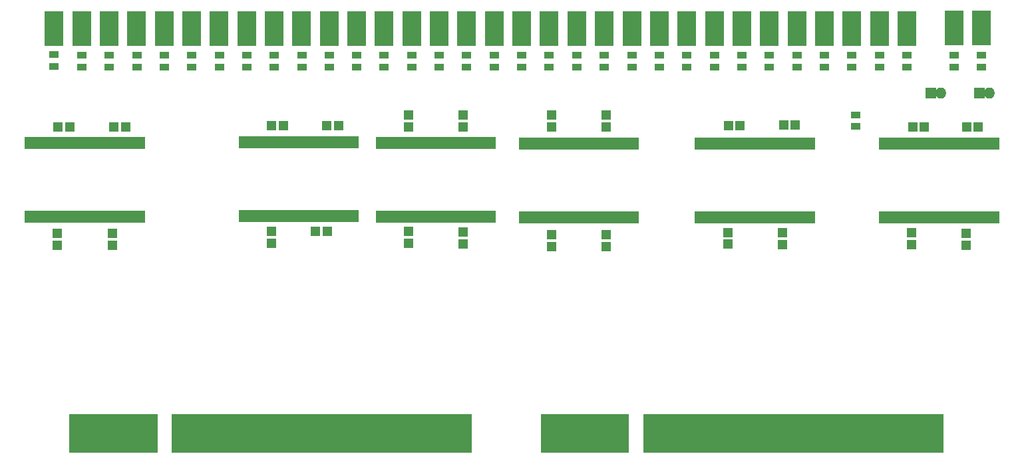
<source format=gts>
G04 #@! TF.FileFunction,Soldermask,Top*
%FSLAX46Y46*%
G04 Gerber Fmt 4.6, Leading zero omitted, Abs format (unit mm)*
G04 Created by KiCad (PCBNEW 4.0.4-stable) date 01/25/18 18:30:54*
%MOMM*%
%LPD*%
G01*
G04 APERTURE LIST*
%ADD10C,0.100000*%
%ADD11R,1.300000X5.000000*%
%ADD12R,2.400000X4.400000*%
%ADD13R,1.300000X0.900000*%
%ADD14R,1.200000X1.150000*%
%ADD15R,1.150000X1.200000*%
%ADD16R,0.800000X1.600000*%
%ADD17R,1.400000X1.400000*%
%ADD18O,1.400000X1.400000*%
G04 APERTURE END LIST*
D10*
D11*
X47548800Y-178638200D03*
X48548800Y-178638200D03*
X49548800Y-178638200D03*
X50548800Y-178638200D03*
X51548800Y-178638200D03*
X52548800Y-178638200D03*
X53548800Y-178638200D03*
X54548800Y-178638200D03*
X55548800Y-178638200D03*
X56548800Y-178638200D03*
X57548800Y-178638200D03*
X60548800Y-178638200D03*
X61548800Y-178638200D03*
X62548800Y-178638200D03*
X63548800Y-178638200D03*
X64548800Y-178638200D03*
X65548800Y-178638200D03*
X66548800Y-178638200D03*
X67548800Y-178638200D03*
X68548800Y-178638200D03*
X69548800Y-178638200D03*
X70548800Y-178638200D03*
X71548800Y-178638200D03*
X72548800Y-178638200D03*
X73548800Y-178638200D03*
X74548800Y-178638200D03*
X75548800Y-178638200D03*
X76548800Y-178638200D03*
X77548800Y-178638200D03*
X78548800Y-178638200D03*
X79548800Y-178638200D03*
X80548800Y-178638200D03*
X81548800Y-178638200D03*
X82548800Y-178638200D03*
X83548800Y-178638200D03*
X84548800Y-178638200D03*
X85548800Y-178638200D03*
X86548800Y-178638200D03*
X87548800Y-178638200D03*
X88548800Y-178638200D03*
X89548800Y-178638200D03*
X90548800Y-178638200D03*
X91548800Y-178638200D03*
X92548800Y-178638200D03*
X93548800Y-178638200D03*
X94548800Y-178638200D03*
X95548800Y-178638200D03*
X96548800Y-178638200D03*
X97548800Y-178638200D03*
X107548800Y-178638200D03*
X120548800Y-178638200D03*
X108548800Y-178638200D03*
X109548800Y-178638200D03*
X110548800Y-178638200D03*
X111548800Y-178638200D03*
X112548800Y-178638200D03*
X113548800Y-178638200D03*
X114548800Y-178638200D03*
X115548800Y-178638200D03*
X116548800Y-178638200D03*
X117548800Y-178638200D03*
X121548800Y-178638200D03*
X122548800Y-178638200D03*
X123548800Y-178638200D03*
X124548800Y-178638200D03*
X125548800Y-178638200D03*
X126548800Y-178638200D03*
X127548800Y-178638200D03*
X128548800Y-178638200D03*
X129548800Y-178638200D03*
X130548800Y-178638200D03*
X131548800Y-178638200D03*
X132548800Y-178638200D03*
X133548800Y-178638200D03*
X134548800Y-178638200D03*
X135548800Y-178638200D03*
X136548800Y-178638200D03*
X137548800Y-178638200D03*
X138548800Y-178638200D03*
X139548800Y-178638200D03*
X140548800Y-178638200D03*
X141548800Y-178638200D03*
X142548800Y-178638200D03*
X143548800Y-178638200D03*
X144548800Y-178638200D03*
X145548800Y-178638200D03*
X146548800Y-178638200D03*
X147548800Y-178638200D03*
X148548800Y-178638200D03*
X149548800Y-178638200D03*
X150548800Y-178638200D03*
X151548800Y-178638200D03*
X152548800Y-178638200D03*
X153548800Y-178638200D03*
X154548800Y-178638200D03*
X155548800Y-178638200D03*
X156548800Y-178638200D03*
X157548800Y-178638200D03*
D12*
X45000000Y-127105416D03*
X48500000Y-127105416D03*
X52000000Y-127105416D03*
X55500000Y-127105416D03*
X59000000Y-127105416D03*
X62500000Y-127105416D03*
X66000000Y-127105416D03*
X69500000Y-127105416D03*
X73000000Y-127105416D03*
X76500000Y-127105416D03*
X80000000Y-127105416D03*
X83500000Y-127105416D03*
X87000000Y-127105416D03*
X90500000Y-127105416D03*
X94000000Y-127105416D03*
X97500000Y-127105416D03*
X101000000Y-127105416D03*
X104500000Y-127105416D03*
X108000000Y-127105416D03*
X111500000Y-127105416D03*
X115000000Y-127105416D03*
X118500000Y-127105416D03*
X122000000Y-127105416D03*
X125500000Y-127105416D03*
X129000000Y-127105416D03*
X132500000Y-127105416D03*
X136000000Y-127105416D03*
X139500000Y-127105416D03*
X143000000Y-127105416D03*
X146500000Y-127105416D03*
X150000000Y-127105416D03*
X153500000Y-127105416D03*
D13*
X44958000Y-130394000D03*
X44958000Y-131894000D03*
X48525400Y-130484270D03*
X48525400Y-131984270D03*
X52025400Y-130484270D03*
X52025400Y-131984270D03*
X55525400Y-130484270D03*
X55525400Y-131984270D03*
X59025400Y-130484270D03*
X59025400Y-131984270D03*
X62525400Y-130484270D03*
X62525400Y-131984270D03*
X66025400Y-130484270D03*
X66025400Y-131984270D03*
X69525400Y-130484270D03*
X69525400Y-131984270D03*
X73025400Y-130484270D03*
X73025400Y-131984270D03*
X76525400Y-130484270D03*
X76525400Y-131984270D03*
X80025400Y-130484270D03*
X80025400Y-131984270D03*
X83525400Y-130484270D03*
X83525400Y-131984270D03*
X87000000Y-130490048D03*
X87000000Y-131990048D03*
X90500000Y-130490048D03*
X90500000Y-131990048D03*
X94000000Y-130490048D03*
X94000000Y-131990048D03*
X97500000Y-130490048D03*
X97500000Y-131990048D03*
X101000000Y-130490048D03*
X101000000Y-131990048D03*
X104500000Y-130490048D03*
X104500000Y-131990048D03*
X108000000Y-130490048D03*
X108000000Y-131990048D03*
X111500000Y-130490048D03*
X111500000Y-131990048D03*
X115000000Y-130490048D03*
X115000000Y-131990048D03*
X118500000Y-130490048D03*
X118500000Y-131990048D03*
X122000000Y-130490048D03*
X122000000Y-131990048D03*
X125500000Y-130490048D03*
X125500000Y-131990048D03*
X129000000Y-130490048D03*
X129000000Y-131990048D03*
X132500000Y-130490048D03*
X132500000Y-131990048D03*
X136000000Y-130490048D03*
X136000000Y-131990048D03*
X139500000Y-130490048D03*
X139500000Y-131990048D03*
X143000000Y-130490048D03*
X143000000Y-131990048D03*
X146500000Y-130490048D03*
X146500000Y-131990048D03*
X150000000Y-130490048D03*
X150000000Y-131990048D03*
X153500000Y-130490048D03*
X153500000Y-131990048D03*
X159500000Y-132000000D03*
X159500000Y-130500000D03*
X163000000Y-132000000D03*
X163000000Y-130500000D03*
D12*
X159500000Y-127000000D03*
X163000000Y-127000000D03*
D14*
X54108480Y-139580620D03*
X52608480Y-139580620D03*
D15*
X52397660Y-154674700D03*
X52397660Y-153174700D03*
D14*
X46997620Y-139580620D03*
X45497620Y-139580620D03*
D15*
X45366940Y-154674700D03*
X45366940Y-153174700D03*
D14*
X81175860Y-139451080D03*
X79675860Y-139451080D03*
X78245840Y-152951180D03*
X79745840Y-152951180D03*
X74194800Y-139491720D03*
X72694800Y-139491720D03*
D15*
X72651620Y-154401520D03*
X72651620Y-152901520D03*
X97040700Y-138113640D03*
X97040700Y-139613640D03*
X97061020Y-154484200D03*
X97061020Y-152984200D03*
X90083640Y-138126340D03*
X90083640Y-139626340D03*
X90078560Y-154410540D03*
X90078560Y-152910540D03*
D14*
X139324080Y-139397740D03*
X137824080Y-139397740D03*
D15*
X137698480Y-154608660D03*
X137698480Y-153108660D03*
D14*
X132294760Y-139423140D03*
X130794760Y-139423140D03*
D15*
X130731260Y-154557860D03*
X130731260Y-153057860D03*
D14*
X162590480Y-139621260D03*
X161090480Y-139621260D03*
D15*
X161075000Y-154650000D03*
X161075000Y-153150000D03*
D14*
X155741500Y-139641580D03*
X154241500Y-139641580D03*
D15*
X154100000Y-154625000D03*
X154100000Y-153125000D03*
X115255040Y-138111100D03*
X115255040Y-139611100D03*
X115275000Y-154875000D03*
X115275000Y-153375000D03*
X108262420Y-138133960D03*
X108262420Y-139633960D03*
X108300000Y-154875000D03*
X108300000Y-153375000D03*
D13*
X146950000Y-139575000D03*
X146950000Y-138075000D03*
D16*
X141485000Y-141708000D03*
X140850000Y-141708000D03*
X140215000Y-141708000D03*
X139580000Y-141708000D03*
X138945000Y-141708000D03*
X138310000Y-141708000D03*
X137675000Y-141708000D03*
X137040000Y-141708000D03*
X136405000Y-141708000D03*
X135770000Y-141708000D03*
X135135000Y-141708000D03*
X134500000Y-141708000D03*
X133865000Y-141708000D03*
X133230000Y-141708000D03*
X132595000Y-141708000D03*
X131960000Y-141708000D03*
X131325000Y-141708000D03*
X130690000Y-141708000D03*
X130055000Y-141708000D03*
X129420000Y-141708000D03*
X128785000Y-141708000D03*
X128150000Y-141708000D03*
X127515000Y-141708000D03*
X126880000Y-141708000D03*
X126880000Y-151108000D03*
X127515000Y-151108000D03*
X128150000Y-151108000D03*
X128785000Y-151108000D03*
X129420000Y-151108000D03*
X130055000Y-151108000D03*
X130690000Y-151108000D03*
X131325000Y-151108000D03*
X131960000Y-151108000D03*
X132595000Y-151108000D03*
X133230000Y-151108000D03*
X133865000Y-151108000D03*
X134500000Y-151108000D03*
X135135000Y-151108000D03*
X135770000Y-151108000D03*
X136405000Y-151108000D03*
X137040000Y-151108000D03*
X137675000Y-151108000D03*
X138310000Y-151108000D03*
X138945000Y-151108000D03*
X139580000Y-151108000D03*
X140215000Y-151108000D03*
X140850000Y-151108000D03*
X141485000Y-151108000D03*
X56216761Y-141634603D03*
X55581761Y-141634603D03*
X54946761Y-141634603D03*
X54311761Y-141634603D03*
X53676761Y-141634603D03*
X53041761Y-141634603D03*
X52406761Y-141634603D03*
X51771761Y-141634603D03*
X51136761Y-141634603D03*
X50501761Y-141634603D03*
X49866761Y-141634603D03*
X49231761Y-141634603D03*
X48596761Y-141634603D03*
X47961761Y-141634603D03*
X47326761Y-141634603D03*
X46691761Y-141634603D03*
X46056761Y-141634603D03*
X45421761Y-141634603D03*
X44786761Y-141634603D03*
X44151761Y-141634603D03*
X43516761Y-141634603D03*
X42881761Y-141634603D03*
X42246761Y-141634603D03*
X41611761Y-141634603D03*
X41611761Y-151034603D03*
X42246761Y-151034603D03*
X42881761Y-151034603D03*
X43516761Y-151034603D03*
X44151761Y-151034603D03*
X44786761Y-151034603D03*
X45421761Y-151034603D03*
X46056761Y-151034603D03*
X46691761Y-151034603D03*
X47326761Y-151034603D03*
X47961761Y-151034603D03*
X48596761Y-151034603D03*
X49231761Y-151034603D03*
X49866761Y-151034603D03*
X50501761Y-151034603D03*
X51136761Y-151034603D03*
X51771761Y-151034603D03*
X52406761Y-151034603D03*
X53041761Y-151034603D03*
X53676761Y-151034603D03*
X54311761Y-151034603D03*
X54946761Y-151034603D03*
X55581761Y-151034603D03*
X56216761Y-151034603D03*
X100860000Y-141650000D03*
X100225000Y-141650000D03*
X99590000Y-141650000D03*
X98955000Y-141650000D03*
X98320000Y-141650000D03*
X97685000Y-141650000D03*
X97050000Y-141650000D03*
X96415000Y-141650000D03*
X95780000Y-141650000D03*
X95145000Y-141650000D03*
X94510000Y-141650000D03*
X93875000Y-141650000D03*
X93240000Y-141650000D03*
X92605000Y-141650000D03*
X91970000Y-141650000D03*
X91335000Y-141650000D03*
X90700000Y-141650000D03*
X90065000Y-141650000D03*
X89430000Y-141650000D03*
X88795000Y-141650000D03*
X88160000Y-141650000D03*
X87525000Y-141650000D03*
X86890000Y-141650000D03*
X86255000Y-141650000D03*
X86255000Y-151050000D03*
X86890000Y-151050000D03*
X87525000Y-151050000D03*
X88160000Y-151050000D03*
X88795000Y-151050000D03*
X89430000Y-151050000D03*
X90065000Y-151050000D03*
X90700000Y-151050000D03*
X91335000Y-151050000D03*
X91970000Y-151050000D03*
X92605000Y-151050000D03*
X93240000Y-151050000D03*
X93875000Y-151050000D03*
X94510000Y-151050000D03*
X95145000Y-151050000D03*
X95780000Y-151050000D03*
X96415000Y-151050000D03*
X97050000Y-151050000D03*
X97685000Y-151050000D03*
X98320000Y-151050000D03*
X98955000Y-151050000D03*
X99590000Y-151050000D03*
X100225000Y-151050000D03*
X100860000Y-151050000D03*
X164900000Y-141708000D03*
X164265000Y-141708000D03*
X163630000Y-141708000D03*
X162995000Y-141708000D03*
X162360000Y-141708000D03*
X161725000Y-141708000D03*
X161090000Y-141708000D03*
X160455000Y-141708000D03*
X159820000Y-141708000D03*
X159185000Y-141708000D03*
X158550000Y-141708000D03*
X157915000Y-141708000D03*
X157280000Y-141708000D03*
X156645000Y-141708000D03*
X156010000Y-141708000D03*
X155375000Y-141708000D03*
X154740000Y-141708000D03*
X154105000Y-141708000D03*
X153470000Y-141708000D03*
X152835000Y-141708000D03*
X152200000Y-141708000D03*
X151565000Y-141708000D03*
X150930000Y-141708000D03*
X150295000Y-141708000D03*
X150295000Y-151108000D03*
X150930000Y-151108000D03*
X151565000Y-151108000D03*
X152200000Y-151108000D03*
X152835000Y-151108000D03*
X153470000Y-151108000D03*
X154105000Y-151108000D03*
X154740000Y-151108000D03*
X155375000Y-151108000D03*
X156010000Y-151108000D03*
X156645000Y-151108000D03*
X157280000Y-151108000D03*
X157915000Y-151108000D03*
X158550000Y-151108000D03*
X159185000Y-151108000D03*
X159820000Y-151108000D03*
X160455000Y-151108000D03*
X161090000Y-151108000D03*
X161725000Y-151108000D03*
X162360000Y-151108000D03*
X162995000Y-151108000D03*
X163630000Y-151108000D03*
X164265000Y-151108000D03*
X164900000Y-151108000D03*
X83426000Y-141532000D03*
X82791000Y-141532000D03*
X82156000Y-141532000D03*
X81521000Y-141532000D03*
X80886000Y-141532000D03*
X80251000Y-141532000D03*
X79616000Y-141532000D03*
X78981000Y-141532000D03*
X78346000Y-141532000D03*
X77711000Y-141532000D03*
X77076000Y-141532000D03*
X76441000Y-141532000D03*
X75806000Y-141532000D03*
X75171000Y-141532000D03*
X74536000Y-141532000D03*
X73901000Y-141532000D03*
X73266000Y-141532000D03*
X72631000Y-141532000D03*
X71996000Y-141532000D03*
X71361000Y-141532000D03*
X70726000Y-141532000D03*
X70091000Y-141532000D03*
X69456000Y-141532000D03*
X68821000Y-141532000D03*
X68821000Y-150932000D03*
X69456000Y-150932000D03*
X70091000Y-150932000D03*
X70726000Y-150932000D03*
X71361000Y-150932000D03*
X71996000Y-150932000D03*
X72631000Y-150932000D03*
X73266000Y-150932000D03*
X73901000Y-150932000D03*
X74536000Y-150932000D03*
X75171000Y-150932000D03*
X75806000Y-150932000D03*
X76441000Y-150932000D03*
X77076000Y-150932000D03*
X77711000Y-150932000D03*
X78346000Y-150932000D03*
X78981000Y-150932000D03*
X79616000Y-150932000D03*
X80251000Y-150932000D03*
X80886000Y-150932000D03*
X81521000Y-150932000D03*
X82156000Y-150932000D03*
X82791000Y-150932000D03*
X83426000Y-150932000D03*
X119072000Y-141728000D03*
X118437000Y-141728000D03*
X117802000Y-141728000D03*
X117167000Y-141728000D03*
X116532000Y-141728000D03*
X115897000Y-141728000D03*
X115262000Y-141728000D03*
X114627000Y-141728000D03*
X113992000Y-141728000D03*
X113357000Y-141728000D03*
X112722000Y-141728000D03*
X112087000Y-141728000D03*
X111452000Y-141728000D03*
X110817000Y-141728000D03*
X110182000Y-141728000D03*
X109547000Y-141728000D03*
X108912000Y-141728000D03*
X108277000Y-141728000D03*
X107642000Y-141728000D03*
X107007000Y-141728000D03*
X106372000Y-141728000D03*
X105737000Y-141728000D03*
X105102000Y-141728000D03*
X104467000Y-141728000D03*
X104467000Y-151128000D03*
X105102000Y-151128000D03*
X105737000Y-151128000D03*
X106372000Y-151128000D03*
X107007000Y-151128000D03*
X107642000Y-151128000D03*
X108277000Y-151128000D03*
X108912000Y-151128000D03*
X109547000Y-151128000D03*
X110182000Y-151128000D03*
X110817000Y-151128000D03*
X111452000Y-151128000D03*
X112087000Y-151128000D03*
X112722000Y-151128000D03*
X113357000Y-151128000D03*
X113992000Y-151128000D03*
X114627000Y-151128000D03*
X115262000Y-151128000D03*
X115897000Y-151128000D03*
X116532000Y-151128000D03*
X117167000Y-151128000D03*
X117802000Y-151128000D03*
X118437000Y-151128000D03*
X119072000Y-151128000D03*
D17*
X162725000Y-135300000D03*
D18*
X163995000Y-135300000D03*
D17*
X156550000Y-135300000D03*
D18*
X157820000Y-135300000D03*
M02*

</source>
